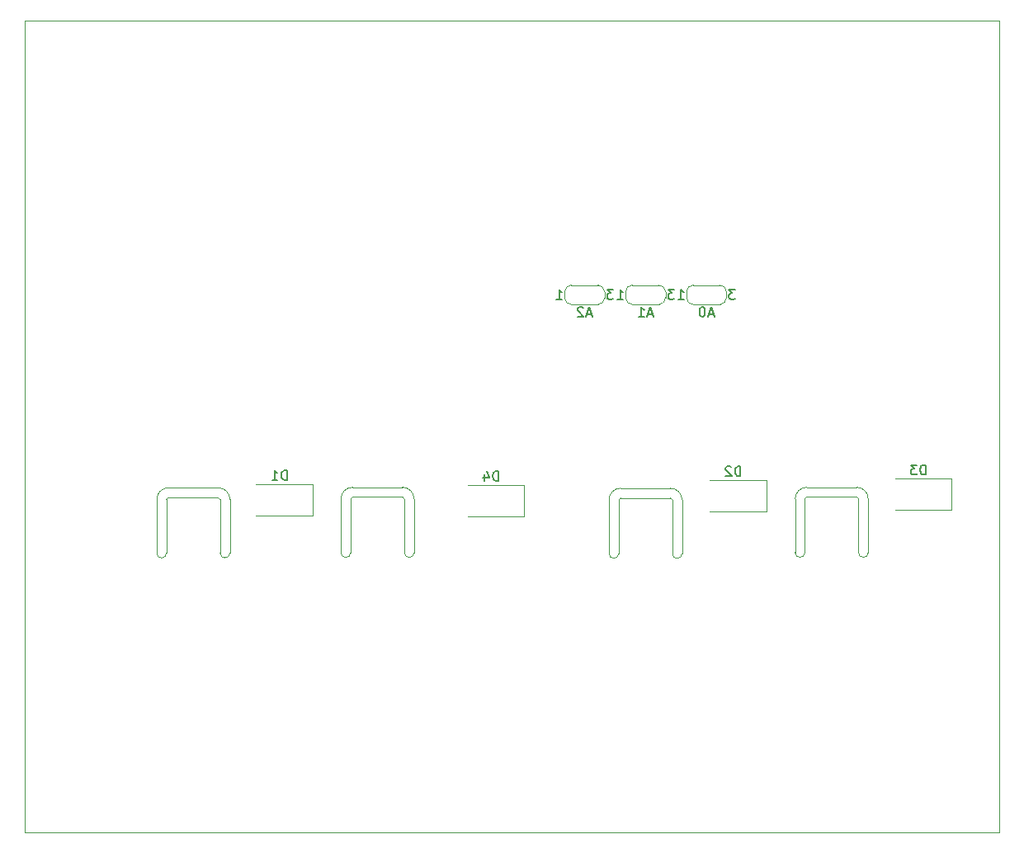
<source format=gbr>
%TF.GenerationSoftware,KiCad,Pcbnew,9.0.3*%
%TF.CreationDate,2025-10-06T20:13:02+02:00*%
%TF.ProjectId,esp32_blinds_controller,65737033-325f-4626-9c69-6e64735f636f,V0.3*%
%TF.SameCoordinates,Original*%
%TF.FileFunction,Legend,Bot*%
%TF.FilePolarity,Positive*%
%FSLAX46Y46*%
G04 Gerber Fmt 4.6, Leading zero omitted, Abs format (unit mm)*
G04 Created by KiCad (PCBNEW 9.0.3) date 2025-10-06 20:13:02*
%MOMM*%
%LPD*%
G01*
G04 APERTURE LIST*
%ADD10C,0.150000*%
%ADD11C,0.120000*%
%TA.AperFunction,Profile*%
%ADD12C,0.050000*%
%TD*%
%TA.AperFunction,Profile*%
%ADD13C,0.120000*%
%TD*%
G04 APERTURE END LIST*
D10*
X165564285Y-85819104D02*
X165088095Y-85819104D01*
X165659523Y-86104819D02*
X165326190Y-85104819D01*
X165326190Y-85104819D02*
X164992857Y-86104819D01*
X164135714Y-86104819D02*
X164707142Y-86104819D01*
X164421428Y-86104819D02*
X164421428Y-85104819D01*
X164421428Y-85104819D02*
X164516666Y-85247676D01*
X164516666Y-85247676D02*
X164611904Y-85342914D01*
X164611904Y-85342914D02*
X164707142Y-85390533D01*
X161964285Y-84304819D02*
X162535713Y-84304819D01*
X162249999Y-84304819D02*
X162249999Y-83304819D01*
X162249999Y-83304819D02*
X162345237Y-83447676D01*
X162345237Y-83447676D02*
X162440475Y-83542914D01*
X162440475Y-83542914D02*
X162535713Y-83590533D01*
X167783332Y-83304819D02*
X167164285Y-83304819D01*
X167164285Y-83304819D02*
X167497618Y-83685771D01*
X167497618Y-83685771D02*
X167354761Y-83685771D01*
X167354761Y-83685771D02*
X167259523Y-83733390D01*
X167259523Y-83733390D02*
X167211904Y-83781009D01*
X167211904Y-83781009D02*
X167164285Y-83876247D01*
X167164285Y-83876247D02*
X167164285Y-84114342D01*
X167164285Y-84114342D02*
X167211904Y-84209580D01*
X167211904Y-84209580D02*
X167259523Y-84257200D01*
X167259523Y-84257200D02*
X167354761Y-84304819D01*
X167354761Y-84304819D02*
X167640475Y-84304819D01*
X167640475Y-84304819D02*
X167735713Y-84257200D01*
X167735713Y-84257200D02*
X167783332Y-84209580D01*
X128038094Y-102854819D02*
X128038094Y-101854819D01*
X128038094Y-101854819D02*
X127799999Y-101854819D01*
X127799999Y-101854819D02*
X127657142Y-101902438D01*
X127657142Y-101902438D02*
X127561904Y-101997676D01*
X127561904Y-101997676D02*
X127514285Y-102092914D01*
X127514285Y-102092914D02*
X127466666Y-102283390D01*
X127466666Y-102283390D02*
X127466666Y-102426247D01*
X127466666Y-102426247D02*
X127514285Y-102616723D01*
X127514285Y-102616723D02*
X127561904Y-102711961D01*
X127561904Y-102711961D02*
X127657142Y-102807200D01*
X127657142Y-102807200D02*
X127799999Y-102854819D01*
X127799999Y-102854819D02*
X128038094Y-102854819D01*
X126514285Y-102854819D02*
X127085713Y-102854819D01*
X126799999Y-102854819D02*
X126799999Y-101854819D01*
X126799999Y-101854819D02*
X126895237Y-101997676D01*
X126895237Y-101997676D02*
X126990475Y-102092914D01*
X126990475Y-102092914D02*
X127085713Y-102140533D01*
X193588094Y-102304819D02*
X193588094Y-101304819D01*
X193588094Y-101304819D02*
X193349999Y-101304819D01*
X193349999Y-101304819D02*
X193207142Y-101352438D01*
X193207142Y-101352438D02*
X193111904Y-101447676D01*
X193111904Y-101447676D02*
X193064285Y-101542914D01*
X193064285Y-101542914D02*
X193016666Y-101733390D01*
X193016666Y-101733390D02*
X193016666Y-101876247D01*
X193016666Y-101876247D02*
X193064285Y-102066723D01*
X193064285Y-102066723D02*
X193111904Y-102161961D01*
X193111904Y-102161961D02*
X193207142Y-102257200D01*
X193207142Y-102257200D02*
X193349999Y-102304819D01*
X193349999Y-102304819D02*
X193588094Y-102304819D01*
X192683332Y-101304819D02*
X192064285Y-101304819D01*
X192064285Y-101304819D02*
X192397618Y-101685771D01*
X192397618Y-101685771D02*
X192254761Y-101685771D01*
X192254761Y-101685771D02*
X192159523Y-101733390D01*
X192159523Y-101733390D02*
X192111904Y-101781009D01*
X192111904Y-101781009D02*
X192064285Y-101876247D01*
X192064285Y-101876247D02*
X192064285Y-102114342D01*
X192064285Y-102114342D02*
X192111904Y-102209580D01*
X192111904Y-102209580D02*
X192159523Y-102257200D01*
X192159523Y-102257200D02*
X192254761Y-102304819D01*
X192254761Y-102304819D02*
X192540475Y-102304819D01*
X192540475Y-102304819D02*
X192635713Y-102257200D01*
X192635713Y-102257200D02*
X192683332Y-102209580D01*
X149738094Y-102954819D02*
X149738094Y-101954819D01*
X149738094Y-101954819D02*
X149499999Y-101954819D01*
X149499999Y-101954819D02*
X149357142Y-102002438D01*
X149357142Y-102002438D02*
X149261904Y-102097676D01*
X149261904Y-102097676D02*
X149214285Y-102192914D01*
X149214285Y-102192914D02*
X149166666Y-102383390D01*
X149166666Y-102383390D02*
X149166666Y-102526247D01*
X149166666Y-102526247D02*
X149214285Y-102716723D01*
X149214285Y-102716723D02*
X149261904Y-102811961D01*
X149261904Y-102811961D02*
X149357142Y-102907200D01*
X149357142Y-102907200D02*
X149499999Y-102954819D01*
X149499999Y-102954819D02*
X149738094Y-102954819D01*
X148309523Y-102288152D02*
X148309523Y-102954819D01*
X148547618Y-101907200D02*
X148785713Y-102621485D01*
X148785713Y-102621485D02*
X148166666Y-102621485D01*
X171814285Y-85819104D02*
X171338095Y-85819104D01*
X171909523Y-86104819D02*
X171576190Y-85104819D01*
X171576190Y-85104819D02*
X171242857Y-86104819D01*
X170719047Y-85104819D02*
X170623809Y-85104819D01*
X170623809Y-85104819D02*
X170528571Y-85152438D01*
X170528571Y-85152438D02*
X170480952Y-85200057D01*
X170480952Y-85200057D02*
X170433333Y-85295295D01*
X170433333Y-85295295D02*
X170385714Y-85485771D01*
X170385714Y-85485771D02*
X170385714Y-85723866D01*
X170385714Y-85723866D02*
X170433333Y-85914342D01*
X170433333Y-85914342D02*
X170480952Y-86009580D01*
X170480952Y-86009580D02*
X170528571Y-86057200D01*
X170528571Y-86057200D02*
X170623809Y-86104819D01*
X170623809Y-86104819D02*
X170719047Y-86104819D01*
X170719047Y-86104819D02*
X170814285Y-86057200D01*
X170814285Y-86057200D02*
X170861904Y-86009580D01*
X170861904Y-86009580D02*
X170909523Y-85914342D01*
X170909523Y-85914342D02*
X170957142Y-85723866D01*
X170957142Y-85723866D02*
X170957142Y-85485771D01*
X170957142Y-85485771D02*
X170909523Y-85295295D01*
X170909523Y-85295295D02*
X170861904Y-85200057D01*
X170861904Y-85200057D02*
X170814285Y-85152438D01*
X170814285Y-85152438D02*
X170719047Y-85104819D01*
X174033332Y-83304819D02*
X173414285Y-83304819D01*
X173414285Y-83304819D02*
X173747618Y-83685771D01*
X173747618Y-83685771D02*
X173604761Y-83685771D01*
X173604761Y-83685771D02*
X173509523Y-83733390D01*
X173509523Y-83733390D02*
X173461904Y-83781009D01*
X173461904Y-83781009D02*
X173414285Y-83876247D01*
X173414285Y-83876247D02*
X173414285Y-84114342D01*
X173414285Y-84114342D02*
X173461904Y-84209580D01*
X173461904Y-84209580D02*
X173509523Y-84257200D01*
X173509523Y-84257200D02*
X173604761Y-84304819D01*
X173604761Y-84304819D02*
X173890475Y-84304819D01*
X173890475Y-84304819D02*
X173985713Y-84257200D01*
X173985713Y-84257200D02*
X174033332Y-84209580D01*
X168214285Y-84304819D02*
X168785713Y-84304819D01*
X168499999Y-84304819D02*
X168499999Y-83304819D01*
X168499999Y-83304819D02*
X168595237Y-83447676D01*
X168595237Y-83447676D02*
X168690475Y-83542914D01*
X168690475Y-83542914D02*
X168785713Y-83590533D01*
X174588094Y-102454819D02*
X174588094Y-101454819D01*
X174588094Y-101454819D02*
X174349999Y-101454819D01*
X174349999Y-101454819D02*
X174207142Y-101502438D01*
X174207142Y-101502438D02*
X174111904Y-101597676D01*
X174111904Y-101597676D02*
X174064285Y-101692914D01*
X174064285Y-101692914D02*
X174016666Y-101883390D01*
X174016666Y-101883390D02*
X174016666Y-102026247D01*
X174016666Y-102026247D02*
X174064285Y-102216723D01*
X174064285Y-102216723D02*
X174111904Y-102311961D01*
X174111904Y-102311961D02*
X174207142Y-102407200D01*
X174207142Y-102407200D02*
X174349999Y-102454819D01*
X174349999Y-102454819D02*
X174588094Y-102454819D01*
X173635713Y-101550057D02*
X173588094Y-101502438D01*
X173588094Y-101502438D02*
X173492856Y-101454819D01*
X173492856Y-101454819D02*
X173254761Y-101454819D01*
X173254761Y-101454819D02*
X173159523Y-101502438D01*
X173159523Y-101502438D02*
X173111904Y-101550057D01*
X173111904Y-101550057D02*
X173064285Y-101645295D01*
X173064285Y-101645295D02*
X173064285Y-101740533D01*
X173064285Y-101740533D02*
X173111904Y-101883390D01*
X173111904Y-101883390D02*
X173683332Y-102454819D01*
X173683332Y-102454819D02*
X173064285Y-102454819D01*
X159314285Y-85819104D02*
X158838095Y-85819104D01*
X159409523Y-86104819D02*
X159076190Y-85104819D01*
X159076190Y-85104819D02*
X158742857Y-86104819D01*
X158457142Y-85200057D02*
X158409523Y-85152438D01*
X158409523Y-85152438D02*
X158314285Y-85104819D01*
X158314285Y-85104819D02*
X158076190Y-85104819D01*
X158076190Y-85104819D02*
X157980952Y-85152438D01*
X157980952Y-85152438D02*
X157933333Y-85200057D01*
X157933333Y-85200057D02*
X157885714Y-85295295D01*
X157885714Y-85295295D02*
X157885714Y-85390533D01*
X157885714Y-85390533D02*
X157933333Y-85533390D01*
X157933333Y-85533390D02*
X158504761Y-86104819D01*
X158504761Y-86104819D02*
X157885714Y-86104819D01*
X155714285Y-84304819D02*
X156285713Y-84304819D01*
X155999999Y-84304819D02*
X155999999Y-83304819D01*
X155999999Y-83304819D02*
X156095237Y-83447676D01*
X156095237Y-83447676D02*
X156190475Y-83542914D01*
X156190475Y-83542914D02*
X156285713Y-83590533D01*
X161533332Y-83304819D02*
X160914285Y-83304819D01*
X160914285Y-83304819D02*
X161247618Y-83685771D01*
X161247618Y-83685771D02*
X161104761Y-83685771D01*
X161104761Y-83685771D02*
X161009523Y-83733390D01*
X161009523Y-83733390D02*
X160961904Y-83781009D01*
X160961904Y-83781009D02*
X160914285Y-83876247D01*
X160914285Y-83876247D02*
X160914285Y-84114342D01*
X160914285Y-84114342D02*
X160961904Y-84209580D01*
X160961904Y-84209580D02*
X161009523Y-84257200D01*
X161009523Y-84257200D02*
X161104761Y-84304819D01*
X161104761Y-84304819D02*
X161390475Y-84304819D01*
X161390475Y-84304819D02*
X161485713Y-84257200D01*
X161485713Y-84257200D02*
X161533332Y-84209580D01*
D11*
%TO.C,A1*%
X162800000Y-84150000D02*
X162800000Y-83550000D01*
X163450000Y-82850000D02*
X166250000Y-82850000D01*
X166250000Y-84850000D02*
X163450000Y-84850000D01*
X166900000Y-83550000D02*
X166900000Y-84150000D01*
X162800000Y-83550000D02*
G75*
G02*
X163500000Y-82850000I699999J1D01*
G01*
X163500000Y-84850000D02*
G75*
G02*
X162800000Y-84150000I-1J699999D01*
G01*
X166200000Y-82850000D02*
G75*
G02*
X166900000Y-83550000I0J-700000D01*
G01*
X166900000Y-84150000D02*
G75*
G02*
X166200000Y-84850000I-700000J0D01*
G01*
%TO.C,D1*%
X124900000Y-106510000D02*
X130710000Y-106510000D01*
X130710000Y-103290000D02*
X124900000Y-103290000D01*
X130710000Y-106510000D02*
X130710000Y-103290000D01*
%TO.C,D3*%
X190450000Y-105960000D02*
X196260000Y-105960000D01*
X196260000Y-102740000D02*
X190450000Y-102740000D01*
X196260000Y-105960000D02*
X196260000Y-102740000D01*
%TO.C,D4*%
X146600000Y-106610000D02*
X152410000Y-106610000D01*
X152410000Y-103390000D02*
X146600000Y-103390000D01*
X152410000Y-106610000D02*
X152410000Y-103390000D01*
%TO.C,A0*%
X169050000Y-84150000D02*
X169050000Y-83550000D01*
X169700000Y-82850000D02*
X172500000Y-82850000D01*
X172500000Y-84850000D02*
X169700000Y-84850000D01*
X173150000Y-83550000D02*
X173150000Y-84150000D01*
X169050000Y-83550000D02*
G75*
G02*
X169750000Y-82850000I699999J1D01*
G01*
X169750000Y-84850000D02*
G75*
G02*
X169050000Y-84150000I-1J699999D01*
G01*
X172450000Y-82850000D02*
G75*
G02*
X173150000Y-83550000I0J-700000D01*
G01*
X173150000Y-84150000D02*
G75*
G02*
X172450000Y-84850000I-700000J0D01*
G01*
%TO.C,D2*%
X171450000Y-106110000D02*
X177260000Y-106110000D01*
X177260000Y-102890000D02*
X171450000Y-102890000D01*
X177260000Y-106110000D02*
X177260000Y-102890000D01*
%TO.C,A2*%
X156550000Y-84150000D02*
X156550000Y-83550000D01*
X157200000Y-82850000D02*
X160000000Y-82850000D01*
X160000000Y-84850000D02*
X157200000Y-84850000D01*
X160650000Y-83550000D02*
X160650000Y-84150000D01*
X156550000Y-83550000D02*
G75*
G02*
X157250000Y-82850000I699999J1D01*
G01*
X157250000Y-84850000D02*
G75*
G02*
X156550000Y-84150000I-1J699999D01*
G01*
X159950000Y-82850000D02*
G75*
G02*
X160650000Y-83550000I0J-700000D01*
G01*
X160650000Y-84150000D02*
G75*
G02*
X159950000Y-84850000I-700000J0D01*
G01*
%TD*%
D12*
X139900000Y-103600000D02*
G75*
G02*
X141100000Y-104800000I0J-1200000D01*
G01*
X167400000Y-103700000D02*
G75*
G02*
X168600000Y-104900000I0J-1200000D01*
G01*
X168600000Y-110400000D02*
G75*
G02*
X167600000Y-110400000I-500000J0D01*
G01*
X187700000Y-110300000D02*
X187700000Y-104800000D01*
X161100000Y-110400000D02*
X161100000Y-104900000D01*
X134600000Y-110300000D02*
X134600000Y-104800000D01*
X122200000Y-110350000D02*
G75*
G02*
X121200000Y-110350000I-500000J0D01*
G01*
X122200000Y-110350000D02*
X122200000Y-104850000D01*
X134800000Y-103600000D02*
X139900000Y-103600000D01*
X162300000Y-104700000D02*
X167400000Y-104700000D01*
X141100000Y-110300000D02*
X141100000Y-104800000D01*
X181200000Y-110300000D02*
G75*
G02*
X180200000Y-110300000I-500000J0D01*
G01*
X121000000Y-103650000D02*
G75*
G02*
X122200000Y-104850000I0J-1200000D01*
G01*
X181400000Y-104600000D02*
X186500000Y-104600000D01*
X162100000Y-104900000D02*
G75*
G02*
X162300000Y-104700000I200000J0D01*
G01*
X133600000Y-104800000D02*
G75*
G02*
X134800000Y-103600000I1200000J0D01*
G01*
X121200000Y-110350000D02*
X121200000Y-104850000D01*
X187700000Y-110300000D02*
G75*
G02*
X186700000Y-110300000I-500000J0D01*
G01*
X115900000Y-104650000D02*
X121000000Y-104650000D01*
X115700000Y-110350000D02*
X115700000Y-104850000D01*
X167400000Y-104700000D02*
G75*
G02*
X167600000Y-104900000I0J-200000D01*
G01*
X141100000Y-110300000D02*
G75*
G02*
X140100000Y-110300000I-500000J0D01*
G01*
X186700000Y-110300000D02*
X186700000Y-104800000D01*
X180200000Y-104800000D02*
G75*
G02*
X181400000Y-103600000I1200000J0D01*
G01*
X134800000Y-104600000D02*
X139900000Y-104600000D01*
X181200000Y-104800000D02*
G75*
G02*
X181400000Y-104600000I200000J0D01*
G01*
X186500000Y-104600000D02*
G75*
G02*
X186700000Y-104800000I0J-200000D01*
G01*
X162100000Y-110400000D02*
G75*
G02*
X161100000Y-110400000I-500000J0D01*
G01*
X139900000Y-104600000D02*
G75*
G02*
X140100000Y-104800000I0J-200000D01*
G01*
X115700000Y-110350000D02*
G75*
G02*
X114700000Y-110350000I-500000J0D01*
G01*
X186500000Y-103600000D02*
G75*
G02*
X187700000Y-104800000I0J-1200000D01*
G01*
X180200000Y-110300000D02*
X180200000Y-104800000D01*
X162100000Y-110400000D02*
X162100000Y-104900000D01*
X134600000Y-104800000D02*
G75*
G02*
X134800000Y-104600000I200000J0D01*
G01*
X115900000Y-103650000D02*
X121000000Y-103650000D01*
X121000000Y-104650000D02*
G75*
G02*
X121200000Y-104850000I0J-200000D01*
G01*
X140100000Y-110300000D02*
X140100000Y-104800000D01*
X181200000Y-110300000D02*
X181200000Y-104800000D01*
X114700000Y-110350000D02*
X114700000Y-104850000D01*
X168600000Y-110400000D02*
X168600000Y-104900000D01*
X162300000Y-103700000D02*
X167400000Y-103700000D01*
X167600000Y-110400000D02*
X167600000Y-104900000D01*
X161100000Y-104900000D02*
G75*
G02*
X162300000Y-103700000I1200000J0D01*
G01*
X134600000Y-110300000D02*
G75*
G02*
X133600000Y-110300000I-500000J0D01*
G01*
X181400000Y-103600000D02*
X186500000Y-103600000D01*
X115700000Y-104850000D02*
G75*
G02*
X115900000Y-104650000I200000J0D01*
G01*
X114700000Y-104850000D02*
G75*
G02*
X115900000Y-103650000I1200000J0D01*
G01*
X133600000Y-110300000D02*
X133600000Y-104800000D01*
D13*
%TO.C,MOD1*%
X101175000Y-55745000D02*
X101175000Y-138995000D01*
X101175000Y-138995000D02*
X201175000Y-138995000D01*
X201175000Y-55745000D02*
X101175000Y-55745000D01*
X201175000Y-138995000D02*
X201175000Y-55745000D01*
%TD*%
M02*

</source>
